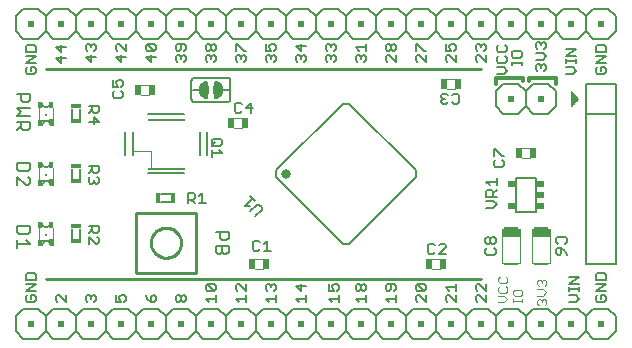
<source format=gto>
G75*
G70*
%OFA0B0*%
%FSLAX24Y24*%
%IPPOS*%
%LPD*%
%AMOC8*
5,1,8,0,0,1.08239X$1,22.5*
%
%ADD10C,0.0050*%
%ADD11C,0.0040*%
%ADD12C,0.0120*%
%ADD13C,0.0100*%
%ADD14C,0.0060*%
%ADD15R,0.0256X0.0197*%
%ADD16C,0.0086*%
%ADD17C,0.0080*%
%ADD18R,0.0160X0.0340*%
%ADD19R,0.0128X0.0197*%
%ADD20R,0.0059X0.0098*%
%ADD21R,0.0157X0.0069*%
%ADD22R,0.0079X0.0079*%
%ADD23R,0.0118X0.0118*%
%ADD24R,0.0128X0.0030*%
%ADD25R,0.0340X0.0160*%
%ADD26R,0.0200X0.0200*%
%ADD27C,0.0025*%
%ADD28R,0.0197X0.0374*%
%ADD29R,0.0197X0.0374*%
%ADD30R,0.0472X0.0079*%
%ADD31R,0.0591X0.0256*%
%ADD32C,0.0315*%
D10*
X001065Y002693D02*
X001298Y002693D01*
X001356Y002751D01*
X001356Y002868D01*
X001298Y002926D01*
X001181Y002926D01*
X001181Y002809D01*
X001065Y002693D02*
X001006Y002751D01*
X001006Y002868D01*
X001065Y002926D01*
X001006Y003061D02*
X001356Y003294D01*
X001006Y003294D01*
X001006Y003429D02*
X001006Y003604D01*
X001065Y003663D01*
X001298Y003663D01*
X001356Y003604D01*
X001356Y003429D01*
X001006Y003429D01*
X001006Y003061D02*
X001356Y003061D01*
X002006Y002868D02*
X002006Y002751D01*
X002065Y002693D01*
X002006Y002868D02*
X002065Y002926D01*
X002123Y002926D01*
X002356Y002693D01*
X002356Y002926D01*
X003006Y002868D02*
X003006Y002751D01*
X003065Y002693D01*
X003181Y002809D02*
X003181Y002868D01*
X003240Y002926D01*
X003298Y002926D01*
X003356Y002868D01*
X003356Y002751D01*
X003298Y002693D01*
X003181Y002868D02*
X003123Y002926D01*
X003065Y002926D01*
X003006Y002868D01*
X004006Y002926D02*
X004006Y002693D01*
X004181Y002693D01*
X004123Y002809D01*
X004123Y002868D01*
X004181Y002926D01*
X004298Y002926D01*
X004356Y002868D01*
X004356Y002751D01*
X004298Y002693D01*
X005006Y002926D02*
X005065Y002809D01*
X005181Y002693D01*
X005181Y002868D01*
X005240Y002926D01*
X005298Y002926D01*
X005356Y002868D01*
X005356Y002751D01*
X005298Y002693D01*
X005181Y002693D01*
X006006Y002751D02*
X006006Y002868D01*
X006065Y002926D01*
X006123Y002926D01*
X006181Y002868D01*
X006181Y002751D01*
X006123Y002693D01*
X006065Y002693D01*
X006006Y002751D01*
X006181Y002751D02*
X006240Y002693D01*
X006298Y002693D01*
X006356Y002751D01*
X006356Y002868D01*
X006298Y002926D01*
X006240Y002926D01*
X006181Y002868D01*
X007006Y002809D02*
X007356Y002809D01*
X007356Y002693D02*
X007356Y002926D01*
X007298Y003061D02*
X007065Y003061D01*
X007006Y003119D01*
X007006Y003236D01*
X007065Y003294D01*
X007298Y003061D01*
X007356Y003119D01*
X007356Y003236D01*
X007298Y003294D01*
X007065Y003294D01*
X007006Y002809D02*
X007123Y002693D01*
X008006Y002809D02*
X008356Y002809D01*
X008356Y002693D02*
X008356Y002926D01*
X008356Y003061D02*
X008123Y003294D01*
X008065Y003294D01*
X008006Y003236D01*
X008006Y003119D01*
X008065Y003061D01*
X008006Y002809D02*
X008123Y002693D01*
X008356Y003061D02*
X008356Y003294D01*
X009006Y003236D02*
X009006Y003119D01*
X009065Y003061D01*
X009181Y003178D02*
X009181Y003236D01*
X009240Y003294D01*
X009298Y003294D01*
X009356Y003236D01*
X009356Y003119D01*
X009298Y003061D01*
X009356Y002926D02*
X009356Y002693D01*
X009356Y002809D02*
X009006Y002809D01*
X009123Y002693D01*
X009181Y003236D02*
X009123Y003294D01*
X009065Y003294D01*
X009006Y003236D01*
X010006Y003236D02*
X010181Y003061D01*
X010181Y003294D01*
X010356Y003236D02*
X010006Y003236D01*
X010356Y002926D02*
X010356Y002693D01*
X010356Y002809D02*
X010006Y002809D01*
X010123Y002693D01*
X011106Y002809D02*
X011456Y002809D01*
X011456Y002693D02*
X011456Y002926D01*
X011398Y003061D02*
X011456Y003119D01*
X011456Y003236D01*
X011398Y003294D01*
X011281Y003294D01*
X011223Y003236D01*
X011223Y003178D01*
X011281Y003061D01*
X011106Y003061D01*
X011106Y003294D01*
X011106Y002809D02*
X011223Y002693D01*
X012006Y002809D02*
X012123Y002693D01*
X012006Y002809D02*
X012356Y002809D01*
X012356Y002693D02*
X012356Y002926D01*
X012298Y003061D02*
X012240Y003061D01*
X012181Y003119D01*
X012181Y003236D01*
X012240Y003294D01*
X012298Y003294D01*
X012356Y003236D01*
X012356Y003119D01*
X012298Y003061D01*
X012181Y003119D02*
X012123Y003061D01*
X012065Y003061D01*
X012006Y003119D01*
X012006Y003236D01*
X012065Y003294D01*
X012123Y003294D01*
X012181Y003236D01*
X013006Y003236D02*
X013006Y003119D01*
X013065Y003061D01*
X013123Y003061D01*
X013181Y003119D01*
X013181Y003294D01*
X013065Y003294D02*
X013006Y003236D01*
X013065Y003294D02*
X013298Y003294D01*
X013356Y003236D01*
X013356Y003119D01*
X013298Y003061D01*
X013356Y002926D02*
X013356Y002693D01*
X013356Y002809D02*
X013006Y002809D01*
X013123Y002693D01*
X014006Y002751D02*
X014065Y002693D01*
X014006Y002751D02*
X014006Y002868D01*
X014065Y002926D01*
X014123Y002926D01*
X014356Y002693D01*
X014356Y002926D01*
X014298Y003061D02*
X014065Y003294D01*
X014298Y003294D01*
X014356Y003236D01*
X014356Y003119D01*
X014298Y003061D01*
X014065Y003061D01*
X014006Y003119D01*
X014006Y003236D01*
X014065Y003294D01*
X015006Y003178D02*
X015123Y003061D01*
X015123Y002926D02*
X015065Y002926D01*
X015006Y002868D01*
X015006Y002751D01*
X015065Y002693D01*
X015123Y002926D02*
X015356Y002693D01*
X015356Y002926D01*
X015356Y003061D02*
X015356Y003294D01*
X015356Y003178D02*
X015006Y003178D01*
X016006Y003236D02*
X016006Y003119D01*
X016065Y003061D01*
X016065Y002926D02*
X016006Y002868D01*
X016006Y002751D01*
X016065Y002693D01*
X016123Y002926D02*
X016356Y002693D01*
X016356Y002926D01*
X016356Y003061D02*
X016123Y003294D01*
X016065Y003294D01*
X016006Y003236D01*
X016065Y002926D02*
X016123Y002926D01*
X016356Y003061D02*
X016356Y003294D01*
X016381Y004263D02*
X016614Y004263D01*
X016673Y004321D01*
X016673Y004438D01*
X016614Y004496D01*
X016614Y004631D02*
X016556Y004631D01*
X016497Y004689D01*
X016497Y004806D01*
X016556Y004864D01*
X016614Y004864D01*
X016673Y004806D01*
X016673Y004689D01*
X016614Y004631D01*
X016497Y004689D02*
X016439Y004631D01*
X016381Y004631D01*
X016322Y004689D01*
X016322Y004806D01*
X016381Y004864D01*
X016439Y004864D01*
X016497Y004806D01*
X016381Y004496D02*
X016322Y004438D01*
X016322Y004321D01*
X016381Y004263D01*
X015008Y004293D02*
X014775Y004293D01*
X015008Y004526D01*
X015008Y004584D01*
X014950Y004643D01*
X014833Y004643D01*
X014775Y004584D01*
X014640Y004584D02*
X014582Y004643D01*
X014465Y004643D01*
X014406Y004584D01*
X014406Y004351D01*
X014465Y004293D01*
X014582Y004293D01*
X014640Y004351D01*
X016356Y005843D02*
X016590Y005843D01*
X016706Y005959D01*
X016590Y006076D01*
X016356Y006076D01*
X016356Y006211D02*
X016356Y006386D01*
X016415Y006444D01*
X016531Y006444D01*
X016590Y006386D01*
X016590Y006211D01*
X016706Y006211D02*
X016356Y006211D01*
X016590Y006328D02*
X016706Y006444D01*
X016706Y006579D02*
X016706Y006813D01*
X016706Y006696D02*
X016356Y006696D01*
X016473Y006579D01*
X016665Y007193D02*
X016898Y007193D01*
X016956Y007251D01*
X016956Y007368D01*
X016898Y007426D01*
X016898Y007561D02*
X016956Y007561D01*
X016898Y007561D02*
X016665Y007794D01*
X016606Y007794D01*
X016606Y007561D01*
X016665Y007426D02*
X016606Y007368D01*
X016606Y007251D01*
X016665Y007193D01*
X014020Y007079D02*
X014020Y006856D01*
X011793Y004629D01*
X011570Y004629D01*
X009343Y006856D01*
X009343Y007079D01*
X011570Y009306D01*
X011793Y009306D01*
X014020Y007079D01*
X014913Y009292D02*
X014855Y009351D01*
X014855Y009409D01*
X014913Y009467D01*
X014855Y009526D01*
X014855Y009584D01*
X014913Y009643D01*
X015030Y009643D01*
X015088Y009584D01*
X015223Y009584D02*
X015281Y009643D01*
X015398Y009643D01*
X015456Y009584D01*
X015456Y009351D01*
X015398Y009292D01*
X015281Y009292D01*
X015223Y009351D01*
X015088Y009351D02*
X015030Y009292D01*
X014913Y009292D01*
X014913Y009467D02*
X014971Y009467D01*
X016706Y010293D02*
X016940Y010293D01*
X017056Y010409D01*
X016940Y010526D01*
X016706Y010526D01*
X016765Y010661D02*
X016998Y010661D01*
X017056Y010719D01*
X017056Y010836D01*
X016998Y010894D01*
X016998Y011029D02*
X016765Y011029D01*
X016706Y011088D01*
X016706Y011204D01*
X016765Y011263D01*
X016998Y011263D02*
X017056Y011204D01*
X017056Y011088D01*
X016998Y011029D01*
X017206Y011013D02*
X017206Y010896D01*
X017265Y010838D01*
X017498Y010838D01*
X017556Y010896D01*
X017556Y011013D01*
X017498Y011072D01*
X017265Y011072D01*
X017206Y011013D01*
X017206Y010709D02*
X017206Y010593D01*
X017206Y010651D02*
X017556Y010651D01*
X017556Y010593D02*
X017556Y010709D01*
X018006Y010761D02*
X018240Y010761D01*
X018356Y010878D01*
X018240Y010994D01*
X018006Y010994D01*
X018065Y011129D02*
X018006Y011188D01*
X018006Y011304D01*
X018065Y011363D01*
X018123Y011363D01*
X018181Y011304D01*
X018240Y011363D01*
X018298Y011363D01*
X018356Y011304D01*
X018356Y011188D01*
X018298Y011129D01*
X018181Y011246D02*
X018181Y011304D01*
X019006Y011140D02*
X019356Y011140D01*
X019006Y010906D01*
X019356Y010906D01*
X019356Y010778D02*
X019356Y010661D01*
X019356Y010719D02*
X019006Y010719D01*
X019006Y010661D02*
X019006Y010778D01*
X019006Y010526D02*
X019240Y010526D01*
X019356Y010409D01*
X019240Y010293D01*
X019006Y010293D01*
X018356Y010451D02*
X018298Y010393D01*
X018356Y010451D02*
X018356Y010568D01*
X018298Y010626D01*
X018240Y010626D01*
X018181Y010568D01*
X018181Y010509D01*
X018181Y010568D02*
X018123Y010626D01*
X018065Y010626D01*
X018006Y010568D01*
X018006Y010451D01*
X018065Y010393D01*
X016765Y010661D02*
X016706Y010719D01*
X016706Y010836D01*
X016765Y010894D01*
X016356Y010926D02*
X016356Y010693D01*
X016123Y010926D01*
X016065Y010926D01*
X016006Y010868D01*
X016006Y010751D01*
X016065Y010693D01*
X016065Y011061D02*
X016006Y011119D01*
X016006Y011236D01*
X016065Y011294D01*
X016123Y011294D01*
X016181Y011236D01*
X016240Y011294D01*
X016298Y011294D01*
X016356Y011236D01*
X016356Y011119D01*
X016298Y011061D01*
X016181Y011178D02*
X016181Y011236D01*
X015356Y011236D02*
X015356Y011119D01*
X015298Y011061D01*
X015181Y011061D02*
X015123Y011178D01*
X015123Y011236D01*
X015181Y011294D01*
X015298Y011294D01*
X015356Y011236D01*
X015181Y011061D02*
X015006Y011061D01*
X015006Y011294D01*
X015065Y010926D02*
X015006Y010868D01*
X015006Y010751D01*
X015065Y010693D01*
X015123Y010926D02*
X015356Y010693D01*
X015356Y010926D01*
X015123Y010926D02*
X015065Y010926D01*
X014356Y010926D02*
X014356Y010693D01*
X014123Y010926D01*
X014065Y010926D01*
X014006Y010868D01*
X014006Y010751D01*
X014065Y010693D01*
X014006Y011061D02*
X014006Y011294D01*
X014065Y011294D01*
X014298Y011061D01*
X014356Y011061D01*
X013356Y011119D02*
X013298Y011061D01*
X013240Y011061D01*
X013181Y011119D01*
X013181Y011236D01*
X013240Y011294D01*
X013298Y011294D01*
X013356Y011236D01*
X013356Y011119D01*
X013181Y011119D02*
X013123Y011061D01*
X013065Y011061D01*
X013006Y011119D01*
X013006Y011236D01*
X013065Y011294D01*
X013123Y011294D01*
X013181Y011236D01*
X013123Y010926D02*
X013065Y010926D01*
X013006Y010868D01*
X013006Y010751D01*
X013065Y010693D01*
X013123Y010926D02*
X013356Y010693D01*
X013356Y010926D01*
X012356Y010868D02*
X012356Y010751D01*
X012298Y010693D01*
X012181Y010809D02*
X012181Y010868D01*
X012240Y010926D01*
X012298Y010926D01*
X012356Y010868D01*
X012181Y010868D02*
X012123Y010926D01*
X012065Y010926D01*
X012006Y010868D01*
X012006Y010751D01*
X012065Y010693D01*
X012123Y011061D02*
X012006Y011178D01*
X012356Y011178D01*
X012356Y011294D02*
X012356Y011061D01*
X011356Y011119D02*
X011298Y011061D01*
X011356Y011119D02*
X011356Y011236D01*
X011298Y011294D01*
X011240Y011294D01*
X011181Y011236D01*
X011181Y011178D01*
X011181Y011236D02*
X011123Y011294D01*
X011065Y011294D01*
X011006Y011236D01*
X011006Y011119D01*
X011065Y011061D01*
X011065Y010926D02*
X011123Y010926D01*
X011181Y010868D01*
X011240Y010926D01*
X011298Y010926D01*
X011356Y010868D01*
X011356Y010751D01*
X011298Y010693D01*
X011181Y010809D02*
X011181Y010868D01*
X011065Y010926D02*
X011006Y010868D01*
X011006Y010751D01*
X011065Y010693D01*
X010356Y010751D02*
X010298Y010693D01*
X010356Y010751D02*
X010356Y010868D01*
X010298Y010926D01*
X010240Y010926D01*
X010181Y010868D01*
X010181Y010809D01*
X010181Y010868D02*
X010123Y010926D01*
X010065Y010926D01*
X010006Y010868D01*
X010006Y010751D01*
X010065Y010693D01*
X010181Y011061D02*
X010181Y011294D01*
X010006Y011236D02*
X010181Y011061D01*
X010356Y011236D02*
X010006Y011236D01*
X009356Y011236D02*
X009356Y011119D01*
X009298Y011061D01*
X009181Y011061D02*
X009123Y011178D01*
X009123Y011236D01*
X009181Y011294D01*
X009298Y011294D01*
X009356Y011236D01*
X009181Y011061D02*
X009006Y011061D01*
X009006Y011294D01*
X009065Y010926D02*
X009123Y010926D01*
X009181Y010868D01*
X009240Y010926D01*
X009298Y010926D01*
X009356Y010868D01*
X009356Y010751D01*
X009298Y010693D01*
X009181Y010809D02*
X009181Y010868D01*
X009065Y010926D02*
X009006Y010868D01*
X009006Y010751D01*
X009065Y010693D01*
X008356Y010751D02*
X008298Y010693D01*
X008356Y010751D02*
X008356Y010868D01*
X008298Y010926D01*
X008240Y010926D01*
X008181Y010868D01*
X008181Y010809D01*
X008181Y010868D02*
X008123Y010926D01*
X008065Y010926D01*
X008006Y010868D01*
X008006Y010751D01*
X008065Y010693D01*
X008006Y011061D02*
X008006Y011294D01*
X008065Y011294D01*
X008298Y011061D01*
X008356Y011061D01*
X007356Y011119D02*
X007298Y011061D01*
X007240Y011061D01*
X007181Y011119D01*
X007181Y011236D01*
X007240Y011294D01*
X007298Y011294D01*
X007356Y011236D01*
X007356Y011119D01*
X007181Y011119D02*
X007123Y011061D01*
X007065Y011061D01*
X007006Y011119D01*
X007006Y011236D01*
X007065Y011294D01*
X007123Y011294D01*
X007181Y011236D01*
X007123Y010926D02*
X007181Y010868D01*
X007240Y010926D01*
X007298Y010926D01*
X007356Y010868D01*
X007356Y010751D01*
X007298Y010693D01*
X007181Y010809D02*
X007181Y010868D01*
X007123Y010926D02*
X007065Y010926D01*
X007006Y010868D01*
X007006Y010751D01*
X007065Y010693D01*
X006356Y010751D02*
X006298Y010693D01*
X006356Y010751D02*
X006356Y010868D01*
X006298Y010926D01*
X006240Y010926D01*
X006181Y010868D01*
X006181Y010809D01*
X006181Y010868D02*
X006123Y010926D01*
X006065Y010926D01*
X006006Y010868D01*
X006006Y010751D01*
X006065Y010693D01*
X006065Y011061D02*
X006123Y011061D01*
X006181Y011119D01*
X006181Y011294D01*
X006065Y011294D02*
X006006Y011236D01*
X006006Y011119D01*
X006065Y011061D01*
X006298Y011061D02*
X006356Y011119D01*
X006356Y011236D01*
X006298Y011294D01*
X006065Y011294D01*
X005356Y011236D02*
X005356Y011119D01*
X005298Y011061D01*
X005065Y011294D01*
X005298Y011294D01*
X005356Y011236D01*
X005298Y011061D02*
X005065Y011061D01*
X005006Y011119D01*
X005006Y011236D01*
X005065Y011294D01*
X005181Y010926D02*
X005181Y010693D01*
X005006Y010868D01*
X005356Y010868D01*
X004356Y010868D02*
X004006Y010868D01*
X004181Y010693D01*
X004181Y010926D01*
X004065Y011061D02*
X004006Y011119D01*
X004006Y011236D01*
X004065Y011294D01*
X004123Y011294D01*
X004356Y011061D01*
X004356Y011294D01*
X003356Y011236D02*
X003356Y011119D01*
X003298Y011061D01*
X003181Y011178D02*
X003181Y011236D01*
X003240Y011294D01*
X003298Y011294D01*
X003356Y011236D01*
X003181Y011236D02*
X003123Y011294D01*
X003065Y011294D01*
X003006Y011236D01*
X003006Y011119D01*
X003065Y011061D01*
X003181Y010926D02*
X003181Y010693D01*
X003006Y010868D01*
X003356Y010868D01*
X002356Y010831D02*
X002006Y010831D01*
X002181Y010656D01*
X002181Y010889D01*
X002181Y011024D02*
X002181Y011258D01*
X002006Y011199D02*
X002181Y011024D01*
X002356Y011199D02*
X002006Y011199D01*
X001356Y011204D02*
X001356Y011029D01*
X001006Y011029D01*
X001006Y011204D01*
X001065Y011263D01*
X001298Y011263D01*
X001356Y011204D01*
X001356Y010894D02*
X001006Y010894D01*
X001006Y010661D02*
X001356Y010894D01*
X001356Y010661D02*
X001006Y010661D01*
X001065Y010526D02*
X001006Y010468D01*
X001006Y010351D01*
X001065Y010293D01*
X001298Y010293D01*
X001356Y010351D01*
X001356Y010468D01*
X001298Y010526D01*
X001181Y010526D01*
X001181Y010409D01*
X003106Y009243D02*
X003457Y009243D01*
X003457Y009067D01*
X003398Y009009D01*
X003282Y009009D01*
X003223Y009067D01*
X003223Y009243D01*
X003223Y009126D02*
X003106Y009009D01*
X003282Y008874D02*
X003282Y008641D01*
X003457Y008699D02*
X003106Y008699D01*
X003282Y008874D02*
X003457Y008699D01*
X004303Y008346D02*
X004303Y007590D01*
X003457Y007243D02*
X003457Y007067D01*
X003398Y007009D01*
X003282Y007009D01*
X003223Y007067D01*
X003223Y007243D01*
X003106Y007243D02*
X003457Y007243D01*
X003223Y007126D02*
X003106Y007009D01*
X003165Y006874D02*
X003106Y006816D01*
X003106Y006699D01*
X003165Y006641D01*
X003223Y006641D01*
X003282Y006699D01*
X003282Y006758D01*
X003282Y006699D02*
X003340Y006641D01*
X003398Y006641D01*
X003457Y006699D01*
X003457Y006816D01*
X003398Y006874D01*
X005091Y006983D02*
X006272Y006983D01*
X007059Y007590D02*
X007059Y008346D01*
X007265Y008143D02*
X007206Y008084D01*
X007206Y007967D01*
X007265Y007909D01*
X007498Y007909D01*
X007557Y007967D01*
X007557Y008084D01*
X007498Y008143D01*
X007265Y008143D01*
X007323Y008026D02*
X007206Y007909D01*
X007206Y007774D02*
X007206Y007541D01*
X007206Y007658D02*
X007557Y007658D01*
X007440Y007774D01*
X008028Y008993D02*
X008145Y008993D01*
X008203Y009051D01*
X008338Y009168D02*
X008572Y009168D01*
X008513Y008993D02*
X008513Y009343D01*
X008338Y009168D01*
X008203Y009284D02*
X008145Y009343D01*
X008028Y009343D01*
X007970Y009284D01*
X007970Y009051D01*
X008028Y008993D01*
X007305Y009495D02*
X007282Y009768D01*
X007282Y009768D01*
X007305Y010041D01*
X007306Y010042D01*
X007338Y010037D01*
X007370Y010028D01*
X007400Y010016D01*
X007428Y010000D01*
X007455Y009981D01*
X007479Y009959D01*
X007500Y009935D01*
X007518Y009908D01*
X007533Y009879D01*
X007544Y009848D01*
X007552Y009817D01*
X007556Y009784D01*
X007556Y009752D01*
X007552Y009719D01*
X007544Y009688D01*
X007533Y009657D01*
X007518Y009628D01*
X007500Y009601D01*
X007479Y009577D01*
X007455Y009555D01*
X007428Y009536D01*
X007400Y009520D01*
X007370Y009508D01*
X007338Y009499D01*
X007306Y009494D01*
X007306Y009541D01*
X007334Y009546D01*
X007362Y009555D01*
X007388Y009567D01*
X007413Y009582D01*
X007436Y009600D01*
X007456Y009621D01*
X007473Y009645D01*
X007487Y009670D01*
X007498Y009697D01*
X007505Y009725D01*
X007509Y009754D01*
X007509Y009782D01*
X007505Y009811D01*
X007498Y009839D01*
X007487Y009866D01*
X007473Y009891D01*
X007456Y009915D01*
X007436Y009936D01*
X007413Y009954D01*
X007388Y009969D01*
X007362Y009981D01*
X007334Y009990D01*
X007306Y009995D01*
X007306Y009947D01*
X007331Y009942D01*
X007356Y009933D01*
X007378Y009921D01*
X007399Y009905D01*
X007418Y009887D01*
X007433Y009866D01*
X007446Y009843D01*
X007455Y009819D01*
X007460Y009794D01*
X007462Y009768D01*
X007460Y009742D01*
X007455Y009717D01*
X007446Y009693D01*
X007433Y009670D01*
X007418Y009649D01*
X007399Y009631D01*
X007378Y009615D01*
X007356Y009603D01*
X007331Y009594D01*
X007306Y009589D01*
X007306Y009636D01*
X007327Y009642D01*
X007347Y009651D01*
X007365Y009663D01*
X007381Y009678D01*
X007394Y009696D01*
X007404Y009715D01*
X007411Y009736D01*
X007415Y009757D01*
X007415Y009779D01*
X007411Y009800D01*
X007404Y009821D01*
X007394Y009840D01*
X007381Y009858D01*
X007365Y009873D01*
X007347Y009885D01*
X007327Y009894D01*
X007306Y009900D01*
X007306Y009851D01*
X007322Y009845D01*
X007336Y009836D01*
X007348Y009823D01*
X007358Y009809D01*
X007364Y009793D01*
X007368Y009777D01*
X007368Y009759D01*
X007364Y009743D01*
X007358Y009727D01*
X007348Y009713D01*
X007336Y009700D01*
X007322Y009691D01*
X007306Y009685D01*
X007304Y009736D01*
X007312Y009743D01*
X007318Y009752D01*
X007321Y009763D01*
X007321Y009773D01*
X007318Y009784D01*
X007312Y009793D01*
X007304Y009800D01*
X007057Y010041D02*
X007080Y009768D01*
X007080Y009768D01*
X007057Y009495D01*
X007056Y009494D01*
X007024Y009499D01*
X006992Y009508D01*
X006962Y009520D01*
X006934Y009536D01*
X006907Y009555D01*
X006883Y009577D01*
X006862Y009601D01*
X006844Y009628D01*
X006829Y009657D01*
X006818Y009688D01*
X006810Y009719D01*
X006806Y009752D01*
X006806Y009784D01*
X006810Y009817D01*
X006818Y009848D01*
X006829Y009879D01*
X006844Y009908D01*
X006862Y009935D01*
X006883Y009959D01*
X006907Y009981D01*
X006934Y010000D01*
X006962Y010016D01*
X006992Y010028D01*
X007024Y010037D01*
X007056Y010042D01*
X007056Y009995D01*
X007028Y009990D01*
X007000Y009981D01*
X006974Y009969D01*
X006949Y009954D01*
X006926Y009936D01*
X006906Y009915D01*
X006889Y009891D01*
X006875Y009866D01*
X006864Y009839D01*
X006857Y009811D01*
X006853Y009782D01*
X006853Y009754D01*
X006857Y009725D01*
X006864Y009697D01*
X006875Y009670D01*
X006889Y009645D01*
X006906Y009621D01*
X006926Y009600D01*
X006949Y009582D01*
X006974Y009567D01*
X007000Y009555D01*
X007028Y009546D01*
X007056Y009541D01*
X007056Y009589D01*
X007031Y009594D01*
X007006Y009603D01*
X006984Y009615D01*
X006963Y009631D01*
X006944Y009649D01*
X006929Y009670D01*
X006916Y009693D01*
X006907Y009717D01*
X006902Y009742D01*
X006900Y009768D01*
X006902Y009794D01*
X006907Y009819D01*
X006916Y009843D01*
X006929Y009866D01*
X006944Y009887D01*
X006963Y009905D01*
X006984Y009921D01*
X007006Y009933D01*
X007031Y009942D01*
X007056Y009947D01*
X007056Y009900D01*
X007035Y009894D01*
X007015Y009885D01*
X006997Y009873D01*
X006981Y009858D01*
X006968Y009840D01*
X006958Y009821D01*
X006951Y009800D01*
X006947Y009779D01*
X006947Y009757D01*
X006951Y009736D01*
X006958Y009715D01*
X006968Y009696D01*
X006981Y009678D01*
X006997Y009663D01*
X007015Y009651D01*
X007035Y009642D01*
X007056Y009636D01*
X007056Y009685D01*
X007040Y009691D01*
X007026Y009700D01*
X007014Y009713D01*
X007004Y009727D01*
X006998Y009743D01*
X006994Y009759D01*
X006994Y009777D01*
X006998Y009793D01*
X007004Y009809D01*
X007014Y009823D01*
X007026Y009836D01*
X007040Y009845D01*
X007056Y009851D01*
X007058Y009800D01*
X007050Y009793D01*
X007044Y009784D01*
X007041Y009773D01*
X007041Y009763D01*
X007044Y009752D01*
X007050Y009743D01*
X007058Y009736D01*
X006272Y008952D02*
X005091Y008952D01*
X004256Y009551D02*
X004256Y009668D01*
X004198Y009726D01*
X004198Y009861D02*
X004256Y009919D01*
X004256Y010036D01*
X004198Y010094D01*
X004081Y010094D01*
X004023Y010036D01*
X004023Y009978D01*
X004081Y009861D01*
X003906Y009861D01*
X003906Y010094D01*
X003965Y009726D02*
X003906Y009668D01*
X003906Y009551D01*
X003965Y009493D01*
X004198Y009493D01*
X004256Y009551D01*
X006406Y006343D02*
X006582Y006343D01*
X006640Y006284D01*
X006640Y006168D01*
X006582Y006109D01*
X006406Y006109D01*
X006406Y005993D02*
X006406Y006343D01*
X006523Y006109D02*
X006640Y005993D01*
X006775Y005993D02*
X007008Y005993D01*
X006891Y005993D02*
X006891Y006343D01*
X006775Y006226D01*
X008321Y005911D02*
X008569Y006158D01*
X008652Y006076D02*
X008486Y006241D01*
X008706Y005939D02*
X008499Y005733D01*
X008486Y005911D02*
X008321Y005911D01*
X008706Y005939D02*
X008788Y005939D01*
X008871Y005857D01*
X008871Y005774D01*
X008664Y005568D01*
X008628Y004743D02*
X008570Y004684D01*
X008570Y004451D01*
X008628Y004393D01*
X008745Y004393D01*
X008803Y004451D01*
X008938Y004393D02*
X009172Y004393D01*
X009055Y004393D02*
X009055Y004743D01*
X008938Y004626D01*
X008803Y004684D02*
X008745Y004743D01*
X008628Y004743D01*
X003457Y004699D02*
X003457Y004816D01*
X003398Y004874D01*
X003398Y005009D02*
X003282Y005009D01*
X003223Y005067D01*
X003223Y005243D01*
X003106Y005243D02*
X003457Y005243D01*
X003457Y005067D01*
X003398Y005009D01*
X003223Y005126D02*
X003106Y005009D01*
X003106Y004874D02*
X003340Y004641D01*
X003398Y004641D01*
X003457Y004699D01*
X003106Y004641D02*
X003106Y004874D01*
X018690Y004814D02*
X018690Y004697D01*
X018749Y004639D01*
X018749Y004504D02*
X018690Y004446D01*
X018690Y004329D01*
X018749Y004271D01*
X018807Y004271D01*
X018865Y004329D01*
X018865Y004504D01*
X018749Y004504D01*
X018865Y004504D02*
X018982Y004387D01*
X019041Y004271D01*
X018982Y004639D02*
X019041Y004697D01*
X019041Y004814D01*
X018982Y004872D01*
X018749Y004872D01*
X018690Y004814D01*
X019681Y003968D02*
X019681Y008968D01*
X020681Y008968D01*
X020681Y003968D01*
X019681Y003968D01*
X020006Y003604D02*
X020006Y003429D01*
X020356Y003429D01*
X020356Y003604D01*
X020298Y003663D01*
X020065Y003663D01*
X020006Y003604D01*
X020006Y003294D02*
X020356Y003294D01*
X020006Y003061D01*
X020356Y003061D01*
X020298Y002926D02*
X020181Y002926D01*
X020181Y002809D01*
X020065Y002693D02*
X020298Y002693D01*
X020356Y002751D01*
X020356Y002868D01*
X020298Y002926D01*
X020065Y002926D02*
X020006Y002868D01*
X020006Y002751D01*
X020065Y002693D01*
X019456Y002809D02*
X019340Y002926D01*
X019106Y002926D01*
X019106Y003061D02*
X019106Y003178D01*
X019106Y003119D02*
X019456Y003119D01*
X019456Y003061D02*
X019456Y003178D01*
X019456Y003306D02*
X019106Y003306D01*
X019456Y003540D01*
X019106Y003540D01*
X019456Y002809D02*
X019340Y002693D01*
X019106Y002693D01*
X019681Y008968D02*
X019681Y009968D01*
X020681Y009968D01*
X020681Y008968D01*
X020298Y010293D02*
X020065Y010293D01*
X020006Y010351D01*
X020006Y010468D01*
X020065Y010526D01*
X020181Y010526D02*
X020181Y010409D01*
X020181Y010526D02*
X020298Y010526D01*
X020356Y010468D01*
X020356Y010351D01*
X020298Y010293D01*
X020356Y010661D02*
X020006Y010661D01*
X020356Y010894D01*
X020006Y010894D01*
X020006Y011029D02*
X020006Y011204D01*
X020065Y011263D01*
X020298Y011263D01*
X020356Y011204D01*
X020356Y011029D01*
X020006Y011029D01*
D11*
X015322Y010138D02*
X015041Y010138D01*
X015041Y009803D02*
X015322Y009803D01*
X017541Y007838D02*
X017822Y007838D01*
X017822Y007503D02*
X017541Y007503D01*
X017477Y005138D02*
X016886Y005138D01*
X016886Y003997D01*
X017477Y003997D01*
X017477Y005138D01*
X017886Y005138D02*
X018477Y005138D01*
X018477Y003997D01*
X017886Y003997D01*
X017886Y005138D01*
X018103Y003439D02*
X018155Y003439D01*
X018206Y003387D01*
X018258Y003439D01*
X018310Y003439D01*
X018361Y003387D01*
X018361Y003284D01*
X018310Y003232D01*
X018258Y003117D02*
X018051Y003117D01*
X018103Y003232D02*
X018051Y003284D01*
X018051Y003387D01*
X018103Y003439D01*
X018206Y003387D02*
X018206Y003335D01*
X018258Y003117D02*
X018361Y003013D01*
X018258Y002910D01*
X018051Y002910D01*
X018103Y002794D02*
X018155Y002794D01*
X018206Y002743D01*
X018258Y002794D01*
X018310Y002794D01*
X018361Y002743D01*
X018361Y002639D01*
X018310Y002588D01*
X018206Y002691D02*
X018206Y002743D01*
X018103Y002794D02*
X018051Y002743D01*
X018051Y002639D01*
X018103Y002588D01*
X017561Y002688D02*
X017561Y002791D01*
X017561Y002739D02*
X017251Y002739D01*
X017251Y002688D02*
X017251Y002791D01*
X017303Y002902D02*
X017510Y002902D01*
X017561Y002954D01*
X017561Y003058D01*
X017510Y003109D01*
X017303Y003109D01*
X017251Y003058D01*
X017251Y002954D01*
X017303Y002902D01*
X017061Y002791D02*
X016958Y002894D01*
X016751Y002894D01*
X016803Y003010D02*
X017010Y003010D01*
X017061Y003061D01*
X017061Y003165D01*
X017010Y003217D01*
X017010Y003332D02*
X016803Y003332D01*
X016751Y003384D01*
X016751Y003487D01*
X016803Y003539D01*
X017010Y003539D02*
X017061Y003487D01*
X017061Y003384D01*
X017010Y003332D01*
X016803Y003217D02*
X016751Y003165D01*
X016751Y003061D01*
X016803Y003010D01*
X017061Y002791D02*
X016958Y002688D01*
X016751Y002688D01*
X014822Y003803D02*
X014541Y003803D01*
X014541Y004138D02*
X014822Y004138D01*
X008922Y004133D02*
X008641Y004133D01*
X008641Y003797D02*
X008922Y003797D01*
X001908Y004603D02*
X001908Y005164D01*
X001818Y005332D02*
X001813Y005310D01*
X001805Y005290D01*
X001794Y005272D01*
X001779Y005255D01*
X001763Y005241D01*
X001744Y005229D01*
X001724Y005221D01*
X001703Y005216D01*
X001681Y005214D01*
X001659Y005216D01*
X001638Y005221D01*
X001618Y005229D01*
X001599Y005241D01*
X001583Y005255D01*
X001568Y005272D01*
X001557Y005290D01*
X001549Y005310D01*
X001544Y005332D01*
X001455Y005174D02*
X001455Y004761D01*
X001544Y004603D02*
X001549Y004625D01*
X001557Y004645D01*
X001568Y004663D01*
X001583Y004680D01*
X001599Y004694D01*
X001618Y004706D01*
X001638Y004714D01*
X001659Y004719D01*
X001681Y004721D01*
X001703Y004719D01*
X001724Y004714D01*
X001744Y004706D01*
X001763Y004694D01*
X001779Y004680D01*
X001794Y004663D01*
X001805Y004645D01*
X001813Y004625D01*
X001818Y004603D01*
X001818Y004633D02*
X001820Y004645D01*
X001825Y004656D01*
X001833Y004665D01*
X001844Y004671D01*
X001856Y004674D01*
X001868Y004673D01*
X001880Y004669D01*
X001889Y004661D01*
X001896Y004651D01*
X001900Y004639D01*
X001900Y004627D01*
X001896Y004615D01*
X001889Y004605D01*
X001879Y004597D01*
X001868Y004593D01*
X001856Y004592D01*
X001844Y004595D01*
X001833Y004601D01*
X001825Y004610D01*
X001820Y004621D01*
X001818Y004633D01*
X001818Y006603D02*
X001813Y006625D01*
X001805Y006645D01*
X001794Y006663D01*
X001779Y006680D01*
X001763Y006694D01*
X001744Y006706D01*
X001724Y006714D01*
X001703Y006719D01*
X001681Y006721D01*
X001659Y006719D01*
X001638Y006714D01*
X001618Y006706D01*
X001599Y006694D01*
X001583Y006680D01*
X001568Y006663D01*
X001557Y006645D01*
X001549Y006625D01*
X001544Y006603D01*
X001455Y006761D02*
X001455Y007174D01*
X001544Y007332D02*
X001549Y007310D01*
X001557Y007290D01*
X001568Y007272D01*
X001583Y007255D01*
X001599Y007241D01*
X001618Y007229D01*
X001638Y007221D01*
X001659Y007216D01*
X001681Y007214D01*
X001703Y007216D01*
X001724Y007221D01*
X001744Y007229D01*
X001763Y007241D01*
X001779Y007255D01*
X001794Y007272D01*
X001805Y007290D01*
X001813Y007310D01*
X001818Y007332D01*
X001908Y007164D02*
X001908Y006603D01*
X001818Y006633D02*
X001820Y006645D01*
X001825Y006656D01*
X001833Y006665D01*
X001844Y006671D01*
X001856Y006674D01*
X001868Y006673D01*
X001880Y006669D01*
X001889Y006661D01*
X001896Y006651D01*
X001900Y006639D01*
X001900Y006627D01*
X001896Y006615D01*
X001889Y006605D01*
X001879Y006597D01*
X001868Y006593D01*
X001856Y006592D01*
X001844Y006595D01*
X001833Y006601D01*
X001825Y006610D01*
X001820Y006621D01*
X001818Y006633D01*
X001818Y008603D02*
X001813Y008625D01*
X001805Y008645D01*
X001794Y008663D01*
X001779Y008680D01*
X001763Y008694D01*
X001744Y008706D01*
X001724Y008714D01*
X001703Y008719D01*
X001681Y008721D01*
X001659Y008719D01*
X001638Y008714D01*
X001618Y008706D01*
X001599Y008694D01*
X001583Y008680D01*
X001568Y008663D01*
X001557Y008645D01*
X001549Y008625D01*
X001544Y008603D01*
X001455Y008761D02*
X001455Y009174D01*
X001544Y009332D02*
X001549Y009310D01*
X001557Y009290D01*
X001568Y009272D01*
X001583Y009255D01*
X001599Y009241D01*
X001618Y009229D01*
X001638Y009221D01*
X001659Y009216D01*
X001681Y009214D01*
X001703Y009216D01*
X001724Y009221D01*
X001744Y009229D01*
X001763Y009241D01*
X001779Y009255D01*
X001794Y009272D01*
X001805Y009290D01*
X001813Y009310D01*
X001818Y009332D01*
X001908Y009164D02*
X001908Y008603D01*
X001818Y008633D02*
X001820Y008645D01*
X001825Y008656D01*
X001833Y008665D01*
X001844Y008671D01*
X001856Y008674D01*
X001868Y008673D01*
X001880Y008669D01*
X001889Y008661D01*
X001896Y008651D01*
X001900Y008639D01*
X001900Y008627D01*
X001896Y008615D01*
X001889Y008605D01*
X001879Y008597D01*
X001868Y008593D01*
X001856Y008592D01*
X001844Y008595D01*
X001833Y008601D01*
X001825Y008610D01*
X001820Y008621D01*
X001818Y008633D01*
X004841Y009603D02*
X005122Y009603D01*
X005122Y009938D02*
X004841Y009938D01*
X007941Y008833D02*
X008222Y008833D01*
X008222Y008497D02*
X007941Y008497D01*
D12*
X016681Y009968D02*
X016681Y010168D01*
X017581Y010168D01*
X017581Y010068D01*
X017781Y010068D02*
X017781Y010168D01*
X018681Y010168D01*
X018681Y009968D01*
D13*
X016181Y010468D02*
X001681Y010468D01*
X001681Y003468D02*
X016181Y003468D01*
D14*
X001431Y001468D02*
X000931Y001468D01*
X000681Y001718D01*
X000681Y002218D01*
X000931Y002468D01*
X001431Y002468D01*
X001681Y002218D01*
X001931Y002468D01*
X002431Y002468D01*
X002681Y002218D01*
X002681Y001718D01*
X002431Y001468D01*
X001931Y001468D01*
X001681Y001718D01*
X001431Y001468D01*
X001681Y001718D02*
X001681Y002218D01*
X002681Y002218D02*
X002931Y002468D01*
X003431Y002468D01*
X003681Y002218D01*
X003931Y002468D01*
X004431Y002468D01*
X004681Y002218D01*
X004931Y002468D01*
X005431Y002468D01*
X005681Y002218D01*
X005681Y001718D01*
X005431Y001468D01*
X004931Y001468D01*
X004681Y001718D01*
X004431Y001468D01*
X003931Y001468D01*
X003681Y001718D01*
X003431Y001468D01*
X002931Y001468D01*
X002681Y001718D01*
X003681Y001718D02*
X003681Y002218D01*
X004681Y002218D02*
X004681Y001718D01*
X005681Y001718D02*
X005931Y001468D01*
X006431Y001468D01*
X006681Y001718D01*
X006931Y001468D01*
X007431Y001468D01*
X007681Y001718D01*
X007931Y001468D01*
X008431Y001468D01*
X008681Y001718D01*
X008681Y002218D01*
X008431Y002468D01*
X007931Y002468D01*
X007681Y002218D01*
X007681Y001718D01*
X007681Y002218D02*
X007431Y002468D01*
X006931Y002468D01*
X006681Y002218D01*
X006681Y001718D01*
X006681Y002218D02*
X006431Y002468D01*
X005931Y002468D01*
X005681Y002218D01*
X008681Y002218D02*
X008931Y002468D01*
X009431Y002468D01*
X009681Y002218D01*
X009931Y002468D01*
X010431Y002468D01*
X010681Y002218D01*
X010931Y002468D01*
X011431Y002468D01*
X011681Y002218D01*
X011681Y001718D01*
X011431Y001468D01*
X010931Y001468D01*
X010681Y001718D01*
X010431Y001468D01*
X009931Y001468D01*
X009681Y001718D01*
X009431Y001468D01*
X008931Y001468D01*
X008681Y001718D01*
X009681Y001718D02*
X009681Y002218D01*
X010681Y002218D02*
X010681Y001718D01*
X011681Y001718D02*
X011931Y001468D01*
X012431Y001468D01*
X012681Y001718D01*
X012931Y001468D01*
X013431Y001468D01*
X013681Y001718D01*
X013931Y001468D01*
X014431Y001468D01*
X014681Y001718D01*
X014681Y002218D01*
X014431Y002468D01*
X013931Y002468D01*
X013681Y002218D01*
X013681Y001718D01*
X013681Y002218D02*
X013431Y002468D01*
X012931Y002468D01*
X012681Y002218D01*
X012681Y001718D01*
X012681Y002218D02*
X012431Y002468D01*
X011931Y002468D01*
X011681Y002218D01*
X014681Y002218D02*
X014931Y002468D01*
X015431Y002468D01*
X015681Y002218D01*
X015931Y002468D01*
X016431Y002468D01*
X016681Y002218D01*
X016931Y002468D01*
X017431Y002468D01*
X017681Y002218D01*
X017681Y001718D01*
X017431Y001468D01*
X016931Y001468D01*
X016681Y001718D01*
X016431Y001468D01*
X015931Y001468D01*
X015681Y001718D01*
X015431Y001468D01*
X014931Y001468D01*
X014681Y001718D01*
X015681Y001718D02*
X015681Y002218D01*
X016681Y002218D02*
X016681Y001718D01*
X017681Y001718D02*
X017931Y001468D01*
X018431Y001468D01*
X018681Y001718D01*
X018931Y001468D01*
X019431Y001468D01*
X019681Y001718D01*
X019931Y001468D01*
X020431Y001468D01*
X020681Y001718D01*
X020681Y002218D01*
X020431Y002468D01*
X019931Y002468D01*
X019681Y002218D01*
X019681Y001718D01*
X019681Y002218D02*
X019431Y002468D01*
X018931Y002468D01*
X018681Y002218D01*
X018681Y001718D01*
X018681Y002218D02*
X018431Y002468D01*
X017931Y002468D01*
X017681Y002218D01*
X017363Y005708D02*
X017363Y005745D01*
X017363Y005708D02*
X017363Y006827D01*
X017363Y006790D01*
X017363Y006827D02*
X018000Y006827D01*
X018000Y006790D01*
X018000Y006827D02*
X018000Y005708D01*
X018000Y005745D01*
X018000Y005708D02*
X017363Y005708D01*
X017363Y006062D02*
X017363Y006473D01*
X018000Y006473D02*
X018000Y006436D01*
X018000Y006099D02*
X018000Y006062D01*
X017931Y008968D02*
X017681Y009218D01*
X017431Y008968D01*
X016931Y008968D01*
X016681Y009218D01*
X016681Y009718D01*
X016931Y009968D01*
X017431Y009968D01*
X017681Y009718D01*
X017931Y009968D01*
X018431Y009968D01*
X018681Y009718D01*
X018681Y009218D01*
X018431Y008968D01*
X017931Y008968D01*
X017681Y009218D02*
X017681Y009718D01*
X017431Y011468D02*
X016931Y011468D01*
X016681Y011718D01*
X016431Y011468D01*
X015931Y011468D01*
X015681Y011718D01*
X015431Y011468D01*
X014931Y011468D01*
X014681Y011718D01*
X014431Y011468D01*
X013931Y011468D01*
X013681Y011718D01*
X013431Y011468D01*
X012931Y011468D01*
X012681Y011718D01*
X012431Y011468D01*
X011931Y011468D01*
X011681Y011718D01*
X011431Y011468D01*
X010931Y011468D01*
X010681Y011718D01*
X010431Y011468D01*
X009931Y011468D01*
X009681Y011718D01*
X009431Y011468D01*
X008931Y011468D01*
X008681Y011718D01*
X008431Y011468D01*
X007931Y011468D01*
X007681Y011718D01*
X007431Y011468D01*
X006931Y011468D01*
X006681Y011718D01*
X006431Y011468D01*
X005931Y011468D01*
X005681Y011718D01*
X005431Y011468D01*
X004931Y011468D01*
X004681Y011718D01*
X004431Y011468D01*
X003931Y011468D01*
X003681Y011718D01*
X003431Y011468D01*
X002931Y011468D01*
X002681Y011718D01*
X002431Y011468D01*
X001931Y011468D01*
X001681Y011718D01*
X001431Y011468D01*
X000931Y011468D01*
X000681Y011718D01*
X000681Y012218D01*
X000931Y012468D01*
X001431Y012468D01*
X001681Y012218D01*
X001931Y012468D01*
X002431Y012468D01*
X002681Y012218D01*
X002681Y011718D01*
X002681Y012218D02*
X002931Y012468D01*
X003431Y012468D01*
X003681Y012218D01*
X003931Y012468D01*
X004431Y012468D01*
X004681Y012218D01*
X004931Y012468D01*
X005431Y012468D01*
X005681Y012218D01*
X005681Y011718D01*
X005681Y012218D02*
X005931Y012468D01*
X006431Y012468D01*
X006681Y012218D01*
X006931Y012468D01*
X007431Y012468D01*
X007681Y012218D01*
X007931Y012468D01*
X008431Y012468D01*
X008681Y012218D01*
X008681Y011718D01*
X008681Y012218D02*
X008931Y012468D01*
X009431Y012468D01*
X009681Y012218D01*
X009931Y012468D01*
X010431Y012468D01*
X010681Y012218D01*
X010931Y012468D01*
X011431Y012468D01*
X011681Y012218D01*
X011681Y011718D01*
X011681Y012218D02*
X011931Y012468D01*
X012431Y012468D01*
X012681Y012218D01*
X012931Y012468D01*
X013431Y012468D01*
X013681Y012218D01*
X013931Y012468D01*
X014431Y012468D01*
X014681Y012218D01*
X014681Y011718D01*
X014681Y012218D02*
X014931Y012468D01*
X015431Y012468D01*
X015681Y012218D01*
X015931Y012468D01*
X016431Y012468D01*
X016681Y012218D01*
X016931Y012468D01*
X017431Y012468D01*
X017681Y012218D01*
X017681Y011718D01*
X017431Y011468D01*
X017681Y011718D02*
X017931Y011468D01*
X018431Y011468D01*
X018681Y011718D01*
X018931Y011468D01*
X019431Y011468D01*
X019681Y011718D01*
X019931Y011468D01*
X020431Y011468D01*
X020681Y011718D01*
X020681Y012218D01*
X020431Y012468D01*
X019931Y012468D01*
X019681Y012218D01*
X019681Y011718D01*
X019681Y012218D02*
X019431Y012468D01*
X018931Y012468D01*
X018681Y012218D01*
X018681Y011718D01*
X018681Y012218D02*
X018431Y012468D01*
X017931Y012468D01*
X017681Y012218D01*
X016681Y012218D02*
X016681Y011718D01*
X015681Y011718D02*
X015681Y012218D01*
X013681Y012218D02*
X013681Y011718D01*
X012681Y011718D02*
X012681Y012218D01*
X010681Y012218D02*
X010681Y011718D01*
X009681Y011718D02*
X009681Y012218D01*
X007681Y012218D02*
X007681Y011718D01*
X006681Y011718D02*
X006681Y012218D01*
X004681Y012218D02*
X004681Y011718D01*
X003681Y011718D02*
X003681Y012218D01*
X001681Y012218D02*
X001681Y011718D01*
X002541Y009138D02*
X002541Y008797D01*
X002822Y008797D02*
X002822Y009138D01*
X002822Y007138D02*
X002822Y006797D01*
X002541Y006797D02*
X002541Y007138D01*
X005511Y006308D02*
X005851Y006308D01*
X005851Y006027D02*
X005511Y006027D01*
X002822Y005138D02*
X002822Y004797D01*
X002541Y004797D02*
X002541Y005138D01*
X006631Y009368D02*
X007731Y009368D01*
X007748Y009370D01*
X007765Y009374D01*
X007781Y009381D01*
X007795Y009391D01*
X007808Y009404D01*
X007818Y009418D01*
X007825Y009434D01*
X007829Y009451D01*
X007831Y009468D01*
X007831Y010068D01*
X007829Y010085D01*
X007825Y010102D01*
X007818Y010118D01*
X007808Y010132D01*
X007795Y010145D01*
X007781Y010155D01*
X007765Y010162D01*
X007748Y010166D01*
X007731Y010168D01*
X006631Y010168D01*
X006614Y010166D01*
X006597Y010162D01*
X006581Y010155D01*
X006567Y010145D01*
X006554Y010132D01*
X006544Y010118D01*
X006537Y010102D01*
X006533Y010085D01*
X006531Y010068D01*
X006531Y009468D01*
X006533Y009451D01*
X006537Y009434D01*
X006544Y009418D01*
X006554Y009404D01*
X006567Y009391D01*
X006581Y009381D01*
X006597Y009374D01*
X006614Y009370D01*
X006631Y009368D01*
X006581Y009768D02*
X006781Y009768D01*
X007581Y009768D02*
X007781Y009768D01*
D15*
X017219Y006642D03*
X018144Y006642D03*
X018144Y006268D03*
X018144Y005894D03*
X017219Y005894D03*
D16*
X006681Y005668D02*
X006681Y003668D01*
X004681Y003668D01*
X004681Y005668D01*
X006681Y005668D01*
X005181Y004668D02*
X005183Y004712D01*
X005189Y004756D01*
X005199Y004799D01*
X005212Y004841D01*
X005229Y004882D01*
X005250Y004921D01*
X005274Y004958D01*
X005301Y004993D01*
X005331Y005025D01*
X005364Y005055D01*
X005400Y005081D01*
X005437Y005105D01*
X005477Y005124D01*
X005518Y005141D01*
X005561Y005153D01*
X005604Y005162D01*
X005648Y005167D01*
X005692Y005168D01*
X005736Y005165D01*
X005780Y005158D01*
X005823Y005147D01*
X005865Y005133D01*
X005905Y005115D01*
X005944Y005093D01*
X005980Y005069D01*
X006014Y005041D01*
X006046Y005010D01*
X006075Y004976D01*
X006101Y004940D01*
X006123Y004902D01*
X006142Y004862D01*
X006157Y004820D01*
X006169Y004778D01*
X006177Y004734D01*
X006181Y004690D01*
X006181Y004646D01*
X006177Y004602D01*
X006169Y004558D01*
X006157Y004516D01*
X006142Y004474D01*
X006123Y004434D01*
X006101Y004396D01*
X006075Y004360D01*
X006046Y004326D01*
X006014Y004295D01*
X005980Y004267D01*
X005944Y004243D01*
X005905Y004221D01*
X005865Y004203D01*
X005823Y004189D01*
X005780Y004178D01*
X005736Y004171D01*
X005692Y004168D01*
X005648Y004169D01*
X005604Y004174D01*
X005561Y004183D01*
X005518Y004195D01*
X005477Y004212D01*
X005437Y004231D01*
X005400Y004255D01*
X005364Y004281D01*
X005331Y004311D01*
X005301Y004343D01*
X005274Y004378D01*
X005250Y004415D01*
X005229Y004454D01*
X005212Y004495D01*
X005199Y004537D01*
X005189Y004580D01*
X005183Y004624D01*
X005181Y004668D01*
D17*
X007346Y004567D02*
X007346Y004357D01*
X007416Y004287D01*
X007487Y004287D01*
X007557Y004357D01*
X007557Y004567D01*
X007767Y004567D02*
X007767Y004357D01*
X007697Y004287D01*
X007627Y004287D01*
X007557Y004357D01*
X007767Y004567D02*
X007346Y004567D01*
X007557Y004747D02*
X007487Y004817D01*
X007487Y005028D01*
X007346Y005028D02*
X007767Y005028D01*
X007767Y004817D01*
X007697Y004747D01*
X007557Y004747D01*
X001142Y004627D02*
X000721Y004627D01*
X000721Y004767D02*
X000721Y004487D01*
X001002Y004767D02*
X001142Y004627D01*
X001072Y004947D02*
X000791Y004947D01*
X000721Y005017D01*
X000721Y005228D01*
X001142Y005228D01*
X001142Y005017D01*
X001072Y004947D01*
X001072Y006587D02*
X001002Y006587D01*
X000721Y006867D01*
X000721Y006587D01*
X001072Y006587D02*
X001142Y006657D01*
X001142Y006797D01*
X001072Y006867D01*
X001072Y007047D02*
X001142Y007117D01*
X001142Y007328D01*
X000721Y007328D01*
X000721Y007117D01*
X000791Y007047D01*
X001072Y007047D01*
X001072Y008427D02*
X000932Y008427D01*
X000862Y008497D01*
X000862Y008707D01*
X000862Y008567D02*
X000721Y008427D01*
X000721Y008707D02*
X001142Y008707D01*
X001142Y008497D01*
X001072Y008427D01*
X001142Y008887D02*
X000721Y008887D01*
X000862Y009027D01*
X000721Y009167D01*
X001142Y009167D01*
X001072Y009347D02*
X000932Y009347D01*
X000862Y009417D01*
X000862Y009628D01*
X000721Y009628D02*
X001142Y009628D01*
X001142Y009417D01*
X001072Y009347D01*
D18*
X005431Y006168D03*
X005931Y006168D03*
D19*
X001864Y005263D03*
X001499Y005263D03*
X001499Y004672D03*
X001499Y006672D03*
X001499Y007263D03*
X001864Y007263D03*
X001499Y008672D03*
X001499Y009263D03*
X001864Y009263D03*
D20*
X001780Y009214D03*
X001583Y009214D03*
X001583Y008721D03*
X001780Y008721D03*
X001780Y007214D03*
X001583Y007214D03*
X001583Y006721D03*
X001780Y006721D03*
X001780Y005214D03*
X001583Y005214D03*
X001583Y004721D03*
X001780Y004721D03*
D21*
X001681Y004736D03*
X001681Y005199D03*
X001681Y006736D03*
X001681Y007199D03*
X001681Y008736D03*
X001681Y009199D03*
D22*
X001681Y008928D03*
X001681Y006928D03*
X001681Y004928D03*
D23*
X001859Y004712D03*
X001859Y006712D03*
X001859Y008712D03*
D24*
X001864Y008589D03*
X001864Y006589D03*
X001864Y004589D03*
D25*
X002681Y004718D03*
X002681Y005218D03*
X002681Y006718D03*
X002681Y007218D03*
X002681Y008718D03*
X002681Y009218D03*
D26*
X002181Y011968D03*
X003181Y011968D03*
X004181Y011968D03*
X005181Y011968D03*
X006181Y011968D03*
X007181Y011968D03*
X008181Y011968D03*
X009181Y011968D03*
X010181Y011968D03*
X011181Y011968D03*
X012181Y011968D03*
X013181Y011968D03*
X014181Y011968D03*
X015181Y011968D03*
X016181Y011968D03*
X017181Y011968D03*
X018181Y011968D03*
X019181Y011968D03*
X020181Y011968D03*
X018181Y009468D03*
X017181Y009468D03*
X017181Y001968D03*
X016181Y001968D03*
X015181Y001968D03*
X014181Y001968D03*
X013181Y001968D03*
X012181Y001968D03*
X011181Y001968D03*
X010181Y001968D03*
X009181Y001968D03*
X008181Y001968D03*
X007181Y001968D03*
X006181Y001968D03*
X005181Y001968D03*
X004181Y001968D03*
X003181Y001968D03*
X002181Y001968D03*
X001181Y001968D03*
X001181Y011968D03*
X018181Y001968D03*
X019181Y001968D03*
X020181Y001968D03*
D27*
X019181Y009218D02*
X019431Y009468D01*
X019181Y009718D01*
X019181Y009218D01*
X019181Y009241D02*
X019205Y009241D01*
X019228Y009264D02*
X019181Y009264D01*
X019181Y009288D02*
X019252Y009288D01*
X019275Y009311D02*
X019181Y009311D01*
X019181Y009335D02*
X019299Y009335D01*
X019322Y009358D02*
X019181Y009358D01*
X019181Y009382D02*
X019346Y009382D01*
X019369Y009405D02*
X019181Y009405D01*
X019181Y009429D02*
X019393Y009429D01*
X019416Y009452D02*
X019181Y009452D01*
X019181Y009476D02*
X019423Y009476D01*
X019399Y009499D02*
X019181Y009499D01*
X019181Y009523D02*
X019376Y009523D01*
X019352Y009546D02*
X019181Y009546D01*
X019181Y009570D02*
X019329Y009570D01*
X019305Y009594D02*
X019181Y009594D01*
X019181Y009617D02*
X019282Y009617D01*
X019258Y009641D02*
X019181Y009641D01*
X019181Y009664D02*
X019235Y009664D01*
X019211Y009688D02*
X019181Y009688D01*
X019181Y009711D02*
X019188Y009711D01*
X006818Y008346D02*
X006818Y007590D01*
X006767Y007590D02*
X006767Y008346D01*
X006272Y008771D02*
X005091Y008771D01*
X005091Y008805D02*
X006272Y008805D01*
X005181Y007718D02*
X004596Y007718D01*
X004596Y008346D01*
X004545Y008346D02*
X004545Y007590D01*
X004596Y007590D02*
X004596Y007718D01*
X005181Y007718D02*
X005181Y007165D01*
X006272Y007165D01*
X006272Y007130D02*
X005091Y007130D01*
X005091Y007165D02*
X005181Y007165D01*
D28*
X007853Y008666D03*
X005210Y009770D03*
X008553Y003966D03*
X014910Y003970D03*
X017910Y007670D03*
X015410Y009970D03*
D29*
X014950Y009970D03*
X017450Y007670D03*
X014450Y003970D03*
X009013Y003966D03*
X008313Y008666D03*
X004750Y009770D03*
D30*
X017181Y005158D03*
X018181Y005158D03*
X018181Y003977D03*
X017181Y003977D03*
D31*
X017181Y005010D03*
X018181Y005010D03*
D32*
X009677Y006968D03*
M02*

</source>
